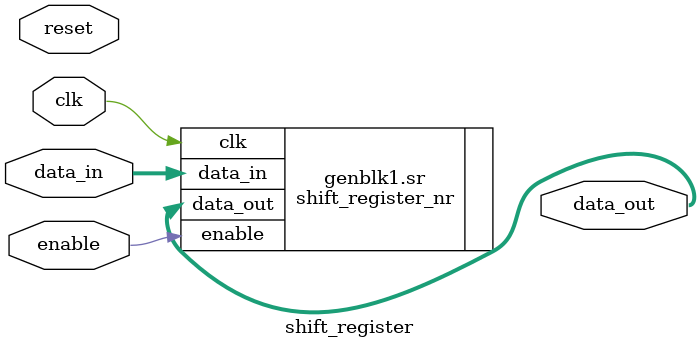
<source format=sv>
`timescale 1ns / 1ps


module shift_register#(

    parameter DATAW  = 8,
    parameter RESETW = 0,
    parameter DEPTH  = 2,
    parameter DEPTHW = $clog2(DEPTH)

)(

    input  wire clk,
    input  wire reset,
    input  wire enable,
    input  wire [DATAW-1 : 0] data_in,
    output wire [DATAW-1 : 0] data_out

);

    generate
    
        if(RESETW != 0)
        begin
        
            if(RESETW == DATAW)
            begin
        
                shift_register_wr #(
                
                    .DATAW (DATAW),
                    .DEPTH (DEPTH)
                    
                ) sr (
                    .clk      (clk),
                    .reset    (reset),
                    .enable   (enable),
                    .data_in  (data_in),
                    .data_out (data_out)
                );
        
            end
            else begin
            
                shift_register_wr #(
                
                    .DATAW (RESETW),
                    .DEPTH (DEPTH)
                    
                ) sr (
                    .clk      (clk),
                    .reset    (reset),
                    .enable   (enable),
                    .data_in  (data_in[DATAW-1:DATAW-RESETW]),
                    .data_out (data_out[DATAW-1:DATAW-RESETW])
                );
                
                shift_register_nr #(
                
                    .DATAW (DATAW-RESETW),
                    .DEPTH (DEPTH)
                    
                ) sr_nr (
                    .clk      (clk),
                    .enable   (enable),
                    .data_in  (data_in[DATAW-RESETW-1:0]),
                    .data_out (data_out[DATAW-RESETW-1:0])
                );
            
            
            end
        
        end
        else begin
        
            // If RESETW is zero, generate a shift register that does not support reset.
            shift_register_nr #(
            
                .DATAW (DATAW),
                .DEPTH (DEPTH)
                
            ) sr (
                .clk      (clk),
                .enable   (enable),
                .data_in  (data_in),
                .data_out (data_out)
            );
        
        
        end
        
    endgenerate

endmodule
</source>
